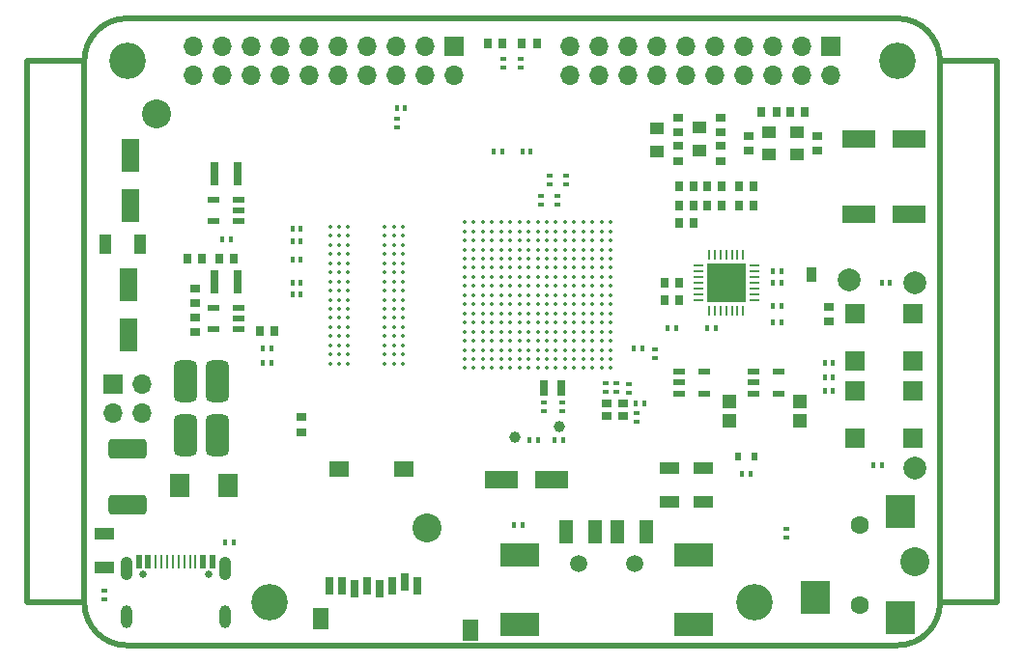
<source format=gbr>
%TF.GenerationSoftware,KiCad,Pcbnew,(6.0.1-0)*%
%TF.CreationDate,2022-12-27T13:33:37-05:00*%
%TF.ProjectId,EX-PCB-10108-001,45582d50-4342-42d3-9130-3130382d3030,A*%
%TF.SameCoordinates,Original*%
%TF.FileFunction,Soldermask,Top*%
%TF.FilePolarity,Negative*%
%FSLAX46Y46*%
G04 Gerber Fmt 4.6, Leading zero omitted, Abs format (unit mm)*
G04 Created by KiCad (PCBNEW (6.0.1-0)) date 2022-12-27 13:33:37*
%MOMM*%
%LPD*%
G01*
G04 APERTURE LIST*
G04 Aperture macros list*
%AMRoundRect*
0 Rectangle with rounded corners*
0 $1 Rounding radius*
0 $2 $3 $4 $5 $6 $7 $8 $9 X,Y pos of 4 corners*
0 Add a 4 corners polygon primitive as box body*
4,1,4,$2,$3,$4,$5,$6,$7,$8,$9,$2,$3,0*
0 Add four circle primitives for the rounded corners*
1,1,$1+$1,$2,$3*
1,1,$1+$1,$4,$5*
1,1,$1+$1,$6,$7*
1,1,$1+$1,$8,$9*
0 Add four rect primitives between the rounded corners*
20,1,$1+$1,$2,$3,$4,$5,0*
20,1,$1+$1,$4,$5,$6,$7,0*
20,1,$1+$1,$6,$7,$8,$9,0*
20,1,$1+$1,$8,$9,$2,$3,0*%
G04 Aperture macros list end*
%TA.AperFunction,Profile*%
%ADD10C,0.500000*%
%TD*%
%ADD11R,0.710000X0.810000*%
%ADD12R,0.510000X0.450000*%
%ADD13R,0.800000X2.000000*%
%ADD14C,0.350000*%
%ADD15R,0.700000X1.400000*%
%ADD16R,0.450000X0.510000*%
%ADD17R,0.810000X0.710000*%
%ADD18R,1.060000X0.500000*%
%ADD19C,2.540000*%
%ADD20R,1.600000X3.000000*%
%ADD21R,3.000000X1.600000*%
%ADD22R,1.800000X1.070000*%
%ADD23R,1.700000X1.700000*%
%ADD24O,1.700000X1.700000*%
%ADD25R,1.750000X2.000000*%
%ADD26RoundRect,0.388500X-1.311500X0.486500X-1.311500X-0.486500X1.311500X-0.486500X1.311500X0.486500X0*%
%ADD27R,1.070000X1.800000*%
%ADD28RoundRect,0.521250X0.521250X-1.308750X0.521250X1.308750X-0.521250X1.308750X-0.521250X-1.308750X0*%
%ADD29C,3.200000*%
%ADD30R,1.800000X1.800000*%
%ADD31C,1.500000*%
%ADD32R,1.250000X2.000000*%
%ADD33R,3.500000X2.000000*%
%ADD34C,1.000000*%
%ADD35C,1.600000*%
%ADD36R,2.550000X2.900000*%
%ADD37R,1.400000X1.900000*%
%ADD38R,1.800000X1.400000*%
%ADD39R,0.800000X1.500000*%
%ADD40C,0.650000*%
%ADD41R,0.550000X1.150000*%
%ADD42R,0.250000X1.150000*%
%ADD43O,1.050000X2.100000*%
%ADD44O,1.000000X2.000000*%
%ADD45R,0.900000X0.800000*%
%ADD46R,1.250000X1.000000*%
%ADD47R,0.600000X0.700000*%
%ADD48R,1.250000X1.150000*%
%ADD49C,2.000000*%
%ADD50RoundRect,0.062500X0.062500X-0.337500X0.062500X0.337500X-0.062500X0.337500X-0.062500X-0.337500X0*%
%ADD51RoundRect,0.062500X0.337500X-0.062500X0.337500X0.062500X-0.337500X0.062500X-0.337500X-0.062500X0*%
%ADD52R,3.350000X3.350000*%
G04 APERTURE END LIST*
D10*
X46450000Y-85300000D02*
X46450000Y-132800000D01*
X46450000Y-132800000D02*
G75*
G03*
X50200000Y-136550000I3750001J1D01*
G01*
X126450000Y-85300000D02*
X126450000Y-132800000D01*
X121450000Y-85300000D02*
G75*
G03*
X117700000Y-81550000I-3750001J-1D01*
G01*
X121450000Y-85300000D02*
X121450000Y-132800000D01*
X121450000Y-132800000D02*
X126450000Y-132800000D01*
X117700000Y-136550000D02*
X50200000Y-136550000D01*
X41450000Y-132800000D02*
X46450000Y-132800000D01*
X117700000Y-136550000D02*
G75*
G03*
X121450000Y-132800000I-1J3750001D01*
G01*
X126450000Y-85300000D02*
X121450000Y-85300000D01*
X50200000Y-81550000D02*
G75*
G03*
X46450000Y-85300000I1J-3750001D01*
G01*
X41450000Y-85300000D02*
X46450000Y-85300000D01*
X41450000Y-85300000D02*
X41450000Y-132800000D01*
X117700000Y-81550000D02*
X50200000Y-81550000D01*
D11*
X56795000Y-102650000D03*
X55505000Y-102650000D03*
D12*
X86750000Y-115275000D03*
X86750000Y-116025000D03*
X88300000Y-115275000D03*
X88300000Y-116025000D03*
D11*
X58255000Y-102650000D03*
X59545000Y-102650000D03*
D13*
X59900000Y-104650000D03*
X57900000Y-104650000D03*
X59900000Y-95150000D03*
X57900000Y-95150000D03*
D14*
X74380000Y-111830000D03*
X73580000Y-111830000D03*
X72780000Y-111830000D03*
X69580000Y-111830000D03*
X68780000Y-111830000D03*
X67980000Y-111830000D03*
X74380000Y-111030000D03*
X73580000Y-111030000D03*
X72780000Y-111030000D03*
X69580000Y-111030000D03*
X68780000Y-111030000D03*
X67980000Y-111030000D03*
X74380000Y-110230000D03*
X73580000Y-110230000D03*
X72780000Y-110230000D03*
X69580000Y-110230000D03*
X68780000Y-110230000D03*
X67980000Y-110230000D03*
X74380000Y-109430000D03*
X73580000Y-109430000D03*
X72780000Y-109430000D03*
X69580000Y-109430000D03*
X68780000Y-109430000D03*
X67980000Y-109430000D03*
X74380000Y-108630000D03*
X73580000Y-108630000D03*
X72780000Y-108630000D03*
X69580000Y-108630000D03*
X68780000Y-108630000D03*
X67980000Y-108630000D03*
X74380000Y-107830000D03*
X73580000Y-107830000D03*
X72780000Y-107830000D03*
X69580000Y-107830000D03*
X68780000Y-107830000D03*
X67980000Y-107830000D03*
X74380000Y-107030000D03*
X73580000Y-107030000D03*
X72780000Y-107030000D03*
X69580000Y-107030000D03*
X68780000Y-107030000D03*
X67980000Y-107030000D03*
X74380000Y-106230000D03*
X73580000Y-106230000D03*
X72780000Y-106230000D03*
X69580000Y-106230000D03*
X68780000Y-106230000D03*
X67980000Y-106230000D03*
X74380000Y-105430000D03*
X73580000Y-105430000D03*
X72780000Y-105430000D03*
X69580000Y-105430000D03*
X68780000Y-105430000D03*
X67980000Y-105430000D03*
X74380000Y-104630000D03*
X73580000Y-104630000D03*
X72780000Y-104630000D03*
X69580000Y-104630000D03*
X68780000Y-104630000D03*
X67980000Y-104630000D03*
X74380000Y-103830000D03*
X73580000Y-103830000D03*
X72780000Y-103830000D03*
X69580000Y-103830000D03*
X68780000Y-103830000D03*
X67980000Y-103830000D03*
X74380000Y-103030000D03*
X73580000Y-103030000D03*
X72780000Y-103030000D03*
X69580000Y-103030000D03*
X68780000Y-103030000D03*
X67980000Y-103030000D03*
X74380000Y-102230000D03*
X73580000Y-102230000D03*
X72780000Y-102230000D03*
X69580000Y-102230000D03*
X68780000Y-102230000D03*
X67980000Y-102230000D03*
X74380000Y-101430000D03*
X73580000Y-101430000D03*
X72780000Y-101430000D03*
X69580000Y-101430000D03*
X68780000Y-101430000D03*
X67980000Y-101430000D03*
X74380000Y-100630000D03*
X73580000Y-100630000D03*
X72780000Y-100630000D03*
X69580000Y-100630000D03*
X68780000Y-100630000D03*
X67980000Y-100630000D03*
X74380000Y-99830000D03*
X73580000Y-99830000D03*
X72780000Y-99830000D03*
X69580000Y-99830000D03*
X68780000Y-99830000D03*
X67980000Y-99830000D03*
D15*
X86750000Y-113950000D03*
X88250000Y-113950000D03*
D16*
X65425000Y-105750000D03*
X64675000Y-105750000D03*
X65425000Y-104750000D03*
X64675000Y-104750000D03*
X64675000Y-102700000D03*
X65425000Y-102700000D03*
D12*
X94825000Y-116900000D03*
X94825000Y-116150000D03*
D16*
X94750000Y-115325000D03*
X95500000Y-115325000D03*
D12*
X93100000Y-114325000D03*
X93100000Y-113575000D03*
D17*
X56150000Y-107755000D03*
X56150000Y-109045000D03*
D16*
X62075000Y-111750000D03*
X62825000Y-111750000D03*
X62825000Y-110500000D03*
X62075000Y-110500000D03*
D18*
X60000000Y-108850000D03*
X60000000Y-107900000D03*
X60000000Y-106950000D03*
X57800000Y-106950000D03*
X57800000Y-108850000D03*
D17*
X65450000Y-117845000D03*
X65450000Y-116555000D03*
X56150000Y-106545000D03*
X56150000Y-105255000D03*
D16*
X59275000Y-100900000D03*
X58525000Y-100900000D03*
D18*
X60000000Y-99350000D03*
X60000000Y-98400000D03*
X60000000Y-97450000D03*
X57800000Y-97450000D03*
X57800000Y-99350000D03*
D19*
X52750000Y-89900000D03*
X76450000Y-126250000D03*
D20*
X50350000Y-104900000D03*
X50350000Y-109300000D03*
X50450000Y-98000000D03*
X50450000Y-93600000D03*
D16*
X112075000Y-113000000D03*
X111325000Y-113000000D03*
D21*
X114350000Y-98730000D03*
X118750000Y-98730000D03*
D22*
X48200000Y-129755000D03*
X48200000Y-126745000D03*
D16*
X116325000Y-104750000D03*
X117075000Y-104750000D03*
X112075000Y-111750000D03*
X111325000Y-111750000D03*
X111325000Y-114250000D03*
X112075000Y-114250000D03*
X116325000Y-120750000D03*
X115575000Y-120750000D03*
D23*
X111880000Y-83980000D03*
D24*
X111880000Y-86520000D03*
X109340000Y-83980000D03*
X109340000Y-86520000D03*
X106800000Y-83980000D03*
X106800000Y-86520000D03*
X104260000Y-83980000D03*
X104260000Y-86520000D03*
X101720000Y-83980000D03*
X101720000Y-86520000D03*
X99180000Y-83980000D03*
X99180000Y-86520000D03*
X96640000Y-83980000D03*
X96640000Y-86520000D03*
X94100000Y-83980000D03*
X94100000Y-86520000D03*
X91560000Y-83980000D03*
X91560000Y-86520000D03*
X89020000Y-83980000D03*
X89020000Y-86520000D03*
D23*
X78880000Y-83980000D03*
D24*
X78880000Y-86520000D03*
X76340000Y-83980000D03*
X76340000Y-86520000D03*
X73800000Y-83980000D03*
X73800000Y-86520000D03*
X71260000Y-83980000D03*
X71260000Y-86520000D03*
X68720000Y-83980000D03*
X68720000Y-86520000D03*
X66180000Y-83980000D03*
X66180000Y-86520000D03*
X63640000Y-83980000D03*
X63640000Y-86520000D03*
X61100000Y-83980000D03*
X61100000Y-86520000D03*
X58560000Y-83980000D03*
X58560000Y-86520000D03*
X56020000Y-83980000D03*
X56020000Y-86520000D03*
D25*
X54850000Y-122500000D03*
X59050000Y-122500000D03*
D26*
X50200000Y-119300000D03*
X50200000Y-124200000D03*
D27*
X51305000Y-101400000D03*
X48295000Y-101400000D03*
D22*
X100700000Y-124005000D03*
X100700000Y-120995000D03*
D28*
X55300000Y-118125000D03*
X58100000Y-118125000D03*
X58100000Y-113375000D03*
X55300000Y-113375000D03*
D29*
X50200000Y-85250000D03*
X117700000Y-85250000D03*
X62700000Y-132750000D03*
D12*
X48200000Y-131750000D03*
X48200000Y-132500000D03*
D30*
X119090000Y-107455000D03*
X114010000Y-107455000D03*
X114010000Y-111645000D03*
X119090000Y-111645000D03*
X114010000Y-118395000D03*
X119090000Y-118395000D03*
X119090000Y-114205000D03*
X114010000Y-114205000D03*
D16*
X101075000Y-108750000D03*
X101825000Y-108750000D03*
X97575000Y-108750000D03*
X98325000Y-108750000D03*
D14*
X79780000Y-99430000D03*
X80580000Y-99430000D03*
X81380000Y-99430000D03*
X82180000Y-99430000D03*
X82980000Y-99430000D03*
X83780000Y-99430000D03*
X84580000Y-99430000D03*
X85380000Y-99430000D03*
X86180000Y-99430000D03*
X86980000Y-99430000D03*
X87780000Y-99430000D03*
X88580000Y-99430000D03*
X89380000Y-99430000D03*
X90180000Y-99430000D03*
X90980000Y-99430000D03*
X91780000Y-99430000D03*
X92580000Y-99430000D03*
X79780000Y-100230000D03*
X80580000Y-100230000D03*
X81380000Y-100230000D03*
X82180000Y-100230000D03*
X82980000Y-100230000D03*
X83780000Y-100230000D03*
X84580000Y-100230000D03*
X85380000Y-100230000D03*
X86180000Y-100230000D03*
X86980000Y-100230000D03*
X87780000Y-100230000D03*
X88580000Y-100230000D03*
X89380000Y-100230000D03*
X90180000Y-100230000D03*
X90980000Y-100230000D03*
X91780000Y-100230000D03*
X92580000Y-100230000D03*
X79780000Y-101030000D03*
X80580000Y-101030000D03*
X81380000Y-101030000D03*
X82180000Y-101030000D03*
X82980000Y-101030000D03*
X83780000Y-101030000D03*
X84580000Y-101030000D03*
X85380000Y-101030000D03*
X86180000Y-101030000D03*
X86980000Y-101030000D03*
X87780000Y-101030000D03*
X88580000Y-101030000D03*
X89380000Y-101030000D03*
X90180000Y-101030000D03*
X90980000Y-101030000D03*
X91780000Y-101030000D03*
X92580000Y-101030000D03*
X79780000Y-101830000D03*
X80580000Y-101830000D03*
X81380000Y-101830000D03*
X82180000Y-101830000D03*
X82980000Y-101830000D03*
X83780000Y-101830000D03*
X84580000Y-101830000D03*
X85380000Y-101830000D03*
X86180000Y-101830000D03*
X86980000Y-101830000D03*
X87780000Y-101830000D03*
X88580000Y-101830000D03*
X89380000Y-101830000D03*
X90180000Y-101830000D03*
X90980000Y-101830000D03*
X91780000Y-101830000D03*
X92580000Y-101830000D03*
X79780000Y-102630000D03*
X80580000Y-102630000D03*
X81380000Y-102630000D03*
X82180000Y-102630000D03*
X82980000Y-102630000D03*
X83780000Y-102630000D03*
X84580000Y-102630000D03*
X85380000Y-102630000D03*
X86180000Y-102630000D03*
X86980000Y-102630000D03*
X87780000Y-102630000D03*
X88580000Y-102630000D03*
X89380000Y-102630000D03*
X90180000Y-102630000D03*
X90980000Y-102630000D03*
X91780000Y-102630000D03*
X92580000Y-102630000D03*
X79780000Y-103430000D03*
X80580000Y-103430000D03*
X81380000Y-103430000D03*
X82180000Y-103430000D03*
X82980000Y-103430000D03*
X83780000Y-103430000D03*
X84580000Y-103430000D03*
X85380000Y-103430000D03*
X86180000Y-103430000D03*
X86980000Y-103430000D03*
X87780000Y-103430000D03*
X88580000Y-103430000D03*
X89380000Y-103430000D03*
X90180000Y-103430000D03*
X90980000Y-103430000D03*
X91780000Y-103430000D03*
X92580000Y-103430000D03*
X79780000Y-104230000D03*
X80580000Y-104230000D03*
X81380000Y-104230000D03*
X82180000Y-104230000D03*
X82980000Y-104230000D03*
X83780000Y-104230000D03*
X84580000Y-104230000D03*
X85380000Y-104230000D03*
X86180000Y-104230000D03*
X86980000Y-104230000D03*
X87780000Y-104230000D03*
X88580000Y-104230000D03*
X89380000Y-104230000D03*
X90180000Y-104230000D03*
X90980000Y-104230000D03*
X91780000Y-104230000D03*
X92580000Y-104230000D03*
X79780000Y-105030000D03*
X80580000Y-105030000D03*
X81380000Y-105030000D03*
X82180000Y-105030000D03*
X82980000Y-105030000D03*
X83780000Y-105030000D03*
X84580000Y-105030000D03*
X85380000Y-105030000D03*
X86180000Y-105030000D03*
X86980000Y-105030000D03*
X87780000Y-105030000D03*
X88580000Y-105030000D03*
X89380000Y-105030000D03*
X90180000Y-105030000D03*
X90980000Y-105030000D03*
X91780000Y-105030000D03*
X92580000Y-105030000D03*
X79780000Y-105830000D03*
X80580000Y-105830000D03*
X81380000Y-105830000D03*
X82180000Y-105830000D03*
X82980000Y-105830000D03*
X83780000Y-105830000D03*
X84580000Y-105830000D03*
X85380000Y-105830000D03*
X86180000Y-105830000D03*
X86980000Y-105830000D03*
X87780000Y-105830000D03*
X88580000Y-105830000D03*
X89380000Y-105830000D03*
X90180000Y-105830000D03*
X90980000Y-105830000D03*
X91780000Y-105830000D03*
X92580000Y-105830000D03*
X79780000Y-106630000D03*
X80580000Y-106630000D03*
X81380000Y-106630000D03*
X82180000Y-106630000D03*
X82980000Y-106630000D03*
X83780000Y-106630000D03*
X84580000Y-106630000D03*
X85380000Y-106630000D03*
X86180000Y-106630000D03*
X86980000Y-106630000D03*
X87780000Y-106630000D03*
X88580000Y-106630000D03*
X89380000Y-106630000D03*
X90180000Y-106630000D03*
X90980000Y-106630000D03*
X91780000Y-106630000D03*
X92580000Y-106630000D03*
X79780000Y-107430000D03*
X80580000Y-107430000D03*
X81380000Y-107430000D03*
X82180000Y-107430000D03*
X82980000Y-107430000D03*
X83780000Y-107430000D03*
X84580000Y-107430000D03*
X85380000Y-107430000D03*
X86180000Y-107430000D03*
X86980000Y-107430000D03*
X87780000Y-107430000D03*
X88580000Y-107430000D03*
X89380000Y-107430000D03*
X90180000Y-107430000D03*
X90980000Y-107430000D03*
X91780000Y-107430000D03*
X92580000Y-107430000D03*
X79780000Y-108230000D03*
X80580000Y-108230000D03*
X81380000Y-108230000D03*
X82180000Y-108230000D03*
X82980000Y-108230000D03*
X83780000Y-108230000D03*
X84580000Y-108230000D03*
X85380000Y-108230000D03*
X86180000Y-108230000D03*
X86980000Y-108230000D03*
X87780000Y-108230000D03*
X88580000Y-108230000D03*
X89380000Y-108230000D03*
X90180000Y-108230000D03*
X90980000Y-108230000D03*
X91780000Y-108230000D03*
X92580000Y-108230000D03*
X79780000Y-109030000D03*
X80580000Y-109030000D03*
X81380000Y-109030000D03*
X82180000Y-109030000D03*
X82980000Y-109030000D03*
X83780000Y-109030000D03*
X84580000Y-109030000D03*
X85380000Y-109030000D03*
X86180000Y-109030000D03*
X86980000Y-109030000D03*
X87780000Y-109030000D03*
X88580000Y-109030000D03*
X89380000Y-109030000D03*
X90180000Y-109030000D03*
X90980000Y-109030000D03*
X91780000Y-109030000D03*
X92580000Y-109030000D03*
X79780000Y-109830000D03*
X80580000Y-109830000D03*
X81380000Y-109830000D03*
X82180000Y-109830000D03*
X82980000Y-109830000D03*
X83780000Y-109830000D03*
X84580000Y-109830000D03*
X85380000Y-109830000D03*
X86180000Y-109830000D03*
X86980000Y-109830000D03*
X87780000Y-109830000D03*
X88580000Y-109830000D03*
X89380000Y-109830000D03*
X90180000Y-109830000D03*
X90980000Y-109830000D03*
X91780000Y-109830000D03*
X92580000Y-109830000D03*
X79780000Y-110630000D03*
X80580000Y-110630000D03*
X81380000Y-110630000D03*
X82180000Y-110630000D03*
X82980000Y-110630000D03*
X83780000Y-110630000D03*
X84580000Y-110630000D03*
X85380000Y-110630000D03*
X86180000Y-110630000D03*
X86980000Y-110630000D03*
X87780000Y-110630000D03*
X88580000Y-110630000D03*
X89380000Y-110630000D03*
X90180000Y-110630000D03*
X90980000Y-110630000D03*
X91780000Y-110630000D03*
X92580000Y-110630000D03*
X79780000Y-111430000D03*
X80580000Y-111430000D03*
X81380000Y-111430000D03*
X82180000Y-111430000D03*
X82980000Y-111430000D03*
X83780000Y-111430000D03*
X84580000Y-111430000D03*
X85380000Y-111430000D03*
X86180000Y-111430000D03*
X86980000Y-111430000D03*
X87780000Y-111430000D03*
X88580000Y-111430000D03*
X89380000Y-111430000D03*
X90180000Y-111430000D03*
X90980000Y-111430000D03*
X91780000Y-111430000D03*
X92580000Y-111430000D03*
X79780000Y-112230000D03*
X80580000Y-112230000D03*
X81380000Y-112230000D03*
X82180000Y-112230000D03*
X82980000Y-112230000D03*
X83780000Y-112230000D03*
X84580000Y-112230000D03*
X85380000Y-112230000D03*
X86180000Y-112230000D03*
X86980000Y-112230000D03*
X87780000Y-112230000D03*
X88580000Y-112230000D03*
X89380000Y-112230000D03*
X90180000Y-112230000D03*
X90980000Y-112230000D03*
X91780000Y-112230000D03*
X92580000Y-112230000D03*
D29*
X105200000Y-132750000D03*
D12*
X96450000Y-110625000D03*
X96450000Y-111375000D03*
D16*
X94575000Y-110500000D03*
X95325000Y-110500000D03*
D31*
X89750000Y-129350000D03*
X94650000Y-129350000D03*
D32*
X88700000Y-126550000D03*
X91200000Y-126550000D03*
X93200000Y-126550000D03*
X95700000Y-126550000D03*
D33*
X84575000Y-128650000D03*
D34*
X100000000Y-134750000D03*
X98800000Y-128650000D03*
X85600000Y-128650000D03*
X84400000Y-128650000D03*
X84400000Y-134750000D03*
D33*
X99825000Y-128650000D03*
D34*
X98800000Y-134750000D03*
X100000000Y-128650000D03*
X85600000Y-134750000D03*
D33*
X99825000Y-134750000D03*
X84575000Y-134750000D03*
D21*
X114350000Y-92150000D03*
X118750000Y-92150000D03*
D35*
X114450000Y-126000000D03*
X114450000Y-133000000D03*
D36*
X110550000Y-132350000D03*
X117950000Y-124800000D03*
X117950000Y-134100000D03*
D37*
X80300000Y-135200000D03*
X67150000Y-134200000D03*
D38*
X74450000Y-121050000D03*
X68750000Y-121050000D03*
D39*
X75640000Y-131350000D03*
X74540000Y-130950000D03*
X73440000Y-131350000D03*
X72340000Y-131550000D03*
X71240000Y-131350000D03*
X70140000Y-131550000D03*
X69040000Y-131350000D03*
X67940000Y-131350000D03*
D11*
X61805000Y-109000000D03*
X63095000Y-109000000D03*
D16*
X87675000Y-118550000D03*
X88425000Y-118550000D03*
X86225000Y-118550000D03*
X85475000Y-118550000D03*
D21*
X87400000Y-122000000D03*
X83000000Y-122000000D03*
D34*
X84200000Y-118300000D03*
X88050000Y-117400000D03*
D16*
X84825000Y-126000000D03*
X84075000Y-126000000D03*
D40*
X57340000Y-130320000D03*
X51560000Y-130320000D03*
D41*
X51250000Y-129245000D03*
X52050000Y-129245000D03*
D42*
X53200000Y-129245000D03*
X54200000Y-129245000D03*
X54700000Y-129245000D03*
X55700000Y-129245000D03*
D41*
X57650000Y-129245000D03*
X56850000Y-129245000D03*
D42*
X56200000Y-129245000D03*
X55200000Y-129245000D03*
X53700000Y-129245000D03*
X52700000Y-129245000D03*
D43*
X58770000Y-129820000D03*
D44*
X50130000Y-134000000D03*
D43*
X50130000Y-129820000D03*
D44*
X58770000Y-134000000D03*
D16*
X65425000Y-101100000D03*
X64675000Y-101100000D03*
X65425000Y-100000000D03*
X64675000Y-100000000D03*
D12*
X94150000Y-113625000D03*
X94150000Y-114375000D03*
D45*
X92250000Y-116450000D03*
X93650000Y-115350000D03*
X92250000Y-115350000D03*
X93650000Y-116450000D03*
D12*
X92150000Y-114275000D03*
X92150000Y-113525000D03*
D46*
X100350000Y-93150000D03*
X100350000Y-91150000D03*
X96650000Y-93200000D03*
X96650000Y-91200000D03*
X108950000Y-91500000D03*
X108950000Y-93500000D03*
X106450000Y-91500000D03*
X106450000Y-93500000D03*
D11*
X98555000Y-98000000D03*
X99845000Y-98000000D03*
X99845000Y-96250000D03*
X98555000Y-96250000D03*
D16*
X58825000Y-127500000D03*
X59575000Y-127500000D03*
D12*
X107950000Y-126375000D03*
X107950000Y-127125000D03*
D11*
X84805000Y-83750000D03*
X86095000Y-83750000D03*
X83095000Y-83750000D03*
X81805000Y-83750000D03*
D47*
X105150000Y-120000000D03*
X103750000Y-120000000D03*
D22*
X97700000Y-120995000D03*
X97700000Y-124005000D03*
D48*
X109200000Y-115125000D03*
X109200000Y-116875000D03*
X102950000Y-115125000D03*
X102950000Y-116875000D03*
D19*
X119200000Y-129250000D03*
D16*
X104825000Y-121500000D03*
X104075000Y-121500000D03*
D17*
X102200000Y-90255000D03*
X102200000Y-91545000D03*
X102200000Y-92755000D03*
X102200000Y-94045000D03*
X98500000Y-90255000D03*
X98500000Y-91545000D03*
X98500000Y-92755000D03*
X98500000Y-94045000D03*
X104700000Y-91855000D03*
X104700000Y-93145000D03*
X110700000Y-91855000D03*
X110700000Y-93145000D03*
D11*
X108305000Y-89750000D03*
X109595000Y-89750000D03*
X105805000Y-89750000D03*
X107095000Y-89750000D03*
D17*
X111700000Y-108145000D03*
X111700000Y-106855000D03*
D11*
X105095000Y-98000000D03*
X103805000Y-98000000D03*
X102345000Y-98000000D03*
X101055000Y-98000000D03*
X102345000Y-96250000D03*
X101055000Y-96250000D03*
X103805000Y-96250000D03*
X105095000Y-96250000D03*
X98555000Y-99500000D03*
X99845000Y-99500000D03*
D12*
X83200000Y-85875000D03*
X83200000Y-85125000D03*
X84700000Y-85125000D03*
X84700000Y-85875000D03*
D49*
X113450000Y-104500000D03*
X119200000Y-104750000D03*
X119200000Y-121000000D03*
D18*
X105100000Y-112550000D03*
X105100000Y-113500000D03*
X105100000Y-114450000D03*
X107300000Y-114450000D03*
X107300000Y-112550000D03*
X98600000Y-112550000D03*
X98600000Y-113500000D03*
X98600000Y-114450000D03*
X100800000Y-114450000D03*
X100800000Y-112550000D03*
D50*
X101200000Y-107200000D03*
X101700000Y-107200000D03*
X102200000Y-107200000D03*
X102700000Y-107200000D03*
X103200000Y-107200000D03*
X103700000Y-107200000D03*
X104200000Y-107200000D03*
D51*
X105150000Y-106250000D03*
X105150000Y-105750000D03*
X105150000Y-105250000D03*
X105150000Y-104750000D03*
X105150000Y-104250000D03*
X105150000Y-103750000D03*
X105150000Y-103250000D03*
D50*
X104200000Y-102300000D03*
X103700000Y-102300000D03*
X103200000Y-102300000D03*
X102700000Y-102300000D03*
X102200000Y-102300000D03*
X101700000Y-102300000D03*
X101200000Y-102300000D03*
D51*
X100250000Y-103250000D03*
X100250000Y-103750000D03*
X100250000Y-104250000D03*
X100250000Y-104750000D03*
X100250000Y-105250000D03*
X100250000Y-105750000D03*
X100250000Y-106250000D03*
D52*
X102700000Y-104750000D03*
D16*
X107575000Y-106750000D03*
X106825000Y-106750000D03*
X107575000Y-108250000D03*
X106825000Y-108250000D03*
X106825000Y-103750000D03*
X107575000Y-103750000D03*
X106825000Y-104750000D03*
X107575000Y-104750000D03*
X73825000Y-89400000D03*
X74575000Y-89400000D03*
D11*
X98595000Y-106250000D03*
X97305000Y-106250000D03*
X98595000Y-104750000D03*
X97305000Y-104750000D03*
D17*
X110200000Y-104350000D03*
X110200000Y-103700000D03*
D12*
X86450000Y-97125000D03*
X86450000Y-97875000D03*
X87200000Y-95375000D03*
X87200000Y-96125000D03*
X87950000Y-97125000D03*
X87950000Y-97875000D03*
X88700000Y-95375000D03*
X88700000Y-96125000D03*
D16*
X82325000Y-93250000D03*
X83075000Y-93250000D03*
X85575000Y-93250000D03*
X84825000Y-93250000D03*
D12*
X73850000Y-91075000D03*
X73850000Y-90325000D03*
D23*
X48975000Y-113600000D03*
D24*
X51515000Y-113600000D03*
X48975000Y-116140000D03*
X51515000Y-116140000D03*
M02*

</source>
